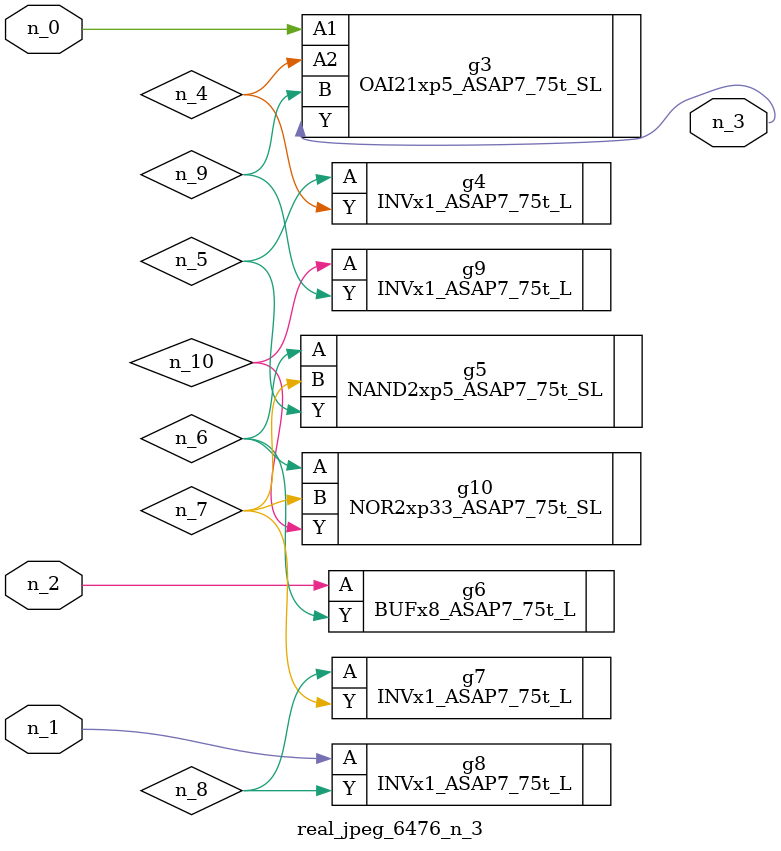
<source format=v>
module real_jpeg_6476_n_3 (n_1, n_0, n_2, n_3);

input n_1;
input n_0;
input n_2;

output n_3;

wire n_5;
wire n_4;
wire n_8;
wire n_6;
wire n_7;
wire n_10;
wire n_9;

OAI21xp5_ASAP7_75t_SL g3 ( 
.A1(n_0),
.A2(n_4),
.B(n_9),
.Y(n_3)
);

INVx1_ASAP7_75t_L g8 ( 
.A(n_1),
.Y(n_8)
);

BUFx8_ASAP7_75t_L g6 ( 
.A(n_2),
.Y(n_6)
);

INVx1_ASAP7_75t_L g4 ( 
.A(n_5),
.Y(n_4)
);

NAND2xp5_ASAP7_75t_SL g5 ( 
.A(n_6),
.B(n_7),
.Y(n_5)
);

NOR2xp33_ASAP7_75t_SL g10 ( 
.A(n_6),
.B(n_7),
.Y(n_10)
);

INVx1_ASAP7_75t_L g7 ( 
.A(n_8),
.Y(n_7)
);

INVx1_ASAP7_75t_L g9 ( 
.A(n_10),
.Y(n_9)
);


endmodule
</source>
